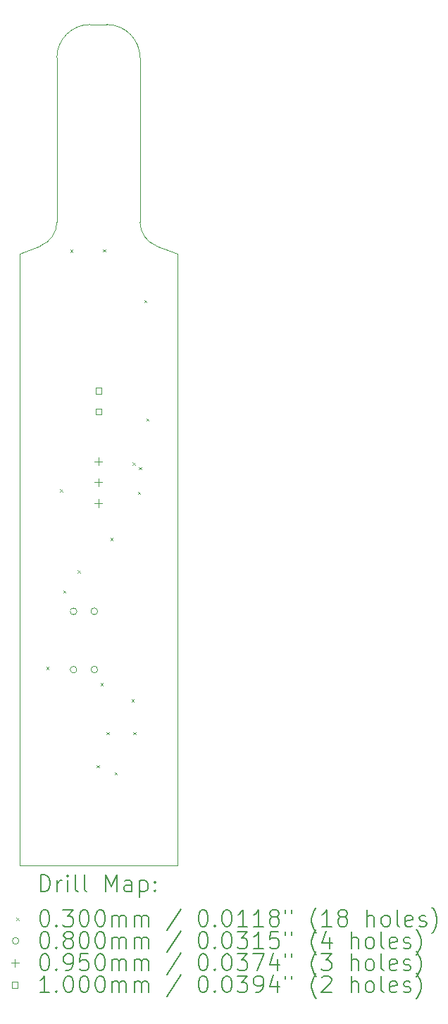
<source format=gbr>
%TF.GenerationSoftware,KiCad,Pcbnew,7.0.10*%
%TF.CreationDate,2024-03-06T15:05:56+01:00*%
%TF.ProjectId,microscope,6d696372-6f73-4636-9f70-652e6b696361,rev?*%
%TF.SameCoordinates,Original*%
%TF.FileFunction,Drillmap*%
%TF.FilePolarity,Positive*%
%FSLAX45Y45*%
G04 Gerber Fmt 4.5, Leading zero omitted, Abs format (unit mm)*
G04 Created by KiCad (PCBNEW 7.0.10) date 2024-03-06 15:05:56*
%MOMM*%
%LPD*%
G01*
G04 APERTURE LIST*
%ADD10C,0.100000*%
%ADD11C,0.200000*%
G04 APERTURE END LIST*
D10*
X9050000Y-15000000D02*
X9050000Y-7650000D01*
X9900000Y-4900000D02*
X10100000Y-4900000D01*
X9050000Y-7650000D02*
X9302606Y-7558060D01*
X9900000Y-4900000D02*
G75*
G03*
X9500000Y-5300000I0J-400000D01*
G01*
X10500000Y-7276150D02*
G75*
G03*
X10697394Y-7558058I300000J0D01*
G01*
X10950000Y-15000000D02*
X9050000Y-15000000D01*
X9302606Y-7558058D02*
G75*
G03*
X9500000Y-7276150I-102606J281908D01*
G01*
X10500000Y-7276150D02*
X10500000Y-5300000D01*
X10950000Y-7650000D02*
X10697394Y-7558060D01*
X10500000Y-5300000D02*
G75*
G03*
X10100000Y-4900000I-400000J0D01*
G01*
X10950000Y-15000000D02*
X10950000Y-7650000D01*
X9500000Y-7276150D02*
X9500000Y-5300000D01*
D11*
D10*
X9372840Y-12618960D02*
X9402840Y-12648960D01*
X9402840Y-12618960D02*
X9372840Y-12648960D01*
X9540480Y-10485360D02*
X9570480Y-10515360D01*
X9570480Y-10485360D02*
X9540480Y-10515360D01*
X9576040Y-11699480D02*
X9606040Y-11729480D01*
X9606040Y-11699480D02*
X9576040Y-11729480D01*
X9659860Y-7605000D02*
X9689860Y-7635000D01*
X9689860Y-7605000D02*
X9659860Y-7635000D01*
X9748760Y-11455640D02*
X9778760Y-11485640D01*
X9778760Y-11455640D02*
X9748760Y-11485640D01*
X9979900Y-13799780D02*
X10009900Y-13829780D01*
X10009900Y-13799780D02*
X9979900Y-13829780D01*
X10025620Y-12812000D02*
X10055620Y-12842000D01*
X10055620Y-12812000D02*
X10025620Y-12842000D01*
X10056100Y-7602460D02*
X10086100Y-7632460D01*
X10086100Y-7602460D02*
X10056100Y-7632460D01*
X10099280Y-13401280D02*
X10129280Y-13431280D01*
X10129280Y-13401280D02*
X10099280Y-13431280D01*
X10142460Y-11069560D02*
X10172460Y-11099560D01*
X10172460Y-11069560D02*
X10142460Y-11099560D01*
X10195800Y-13881060D02*
X10225800Y-13911060D01*
X10225800Y-13881060D02*
X10195800Y-13911060D01*
X10396460Y-13004760D02*
X10426460Y-13034760D01*
X10426460Y-13004760D02*
X10396460Y-13034760D01*
X10409160Y-10162780D02*
X10439160Y-10192780D01*
X10439160Y-10162780D02*
X10409160Y-10192780D01*
X10419320Y-13401280D02*
X10449320Y-13431280D01*
X10449320Y-13401280D02*
X10419320Y-13431280D01*
X10475200Y-10513300D02*
X10505200Y-10543300D01*
X10505200Y-10513300D02*
X10475200Y-10543300D01*
X10488411Y-10215166D02*
X10518411Y-10245166D01*
X10518411Y-10215166D02*
X10488411Y-10245166D01*
X10548860Y-8209520D02*
X10578860Y-8239520D01*
X10578860Y-8209520D02*
X10548860Y-8239520D01*
X10574260Y-9631920D02*
X10604260Y-9661920D01*
X10604260Y-9631920D02*
X10574260Y-9661920D01*
X9740000Y-11950000D02*
G75*
G03*
X9660000Y-11950000I-40000J0D01*
G01*
X9660000Y-11950000D02*
G75*
G03*
X9740000Y-11950000I40000J0D01*
G01*
X9740000Y-12650000D02*
G75*
G03*
X9660000Y-12650000I-40000J0D01*
G01*
X9660000Y-12650000D02*
G75*
G03*
X9740000Y-12650000I40000J0D01*
G01*
X9990000Y-11950000D02*
G75*
G03*
X9910000Y-11950000I-40000J0D01*
G01*
X9910000Y-11950000D02*
G75*
G03*
X9990000Y-11950000I40000J0D01*
G01*
X9990000Y-12650000D02*
G75*
G03*
X9910000Y-12650000I-40000J0D01*
G01*
X9910000Y-12650000D02*
G75*
G03*
X9990000Y-12650000I40000J0D01*
G01*
X10000000Y-10102500D02*
X10000000Y-10197500D01*
X9952500Y-10150000D02*
X10047500Y-10150000D01*
X10000000Y-10352500D02*
X10000000Y-10447500D01*
X9952500Y-10400000D02*
X10047500Y-10400000D01*
X10000000Y-10602500D02*
X10000000Y-10697500D01*
X9952500Y-10650000D02*
X10047500Y-10650000D01*
X10035356Y-9335356D02*
X10035356Y-9264644D01*
X9964644Y-9264644D01*
X9964644Y-9335356D01*
X10035356Y-9335356D01*
X10035356Y-9585356D02*
X10035356Y-9514644D01*
X9964644Y-9514644D01*
X9964644Y-9585356D01*
X10035356Y-9585356D01*
D11*
X9305777Y-15316484D02*
X9305777Y-15116484D01*
X9305777Y-15116484D02*
X9353396Y-15116484D01*
X9353396Y-15116484D02*
X9381967Y-15126008D01*
X9381967Y-15126008D02*
X9401015Y-15145055D01*
X9401015Y-15145055D02*
X9410539Y-15164103D01*
X9410539Y-15164103D02*
X9420063Y-15202198D01*
X9420063Y-15202198D02*
X9420063Y-15230769D01*
X9420063Y-15230769D02*
X9410539Y-15268865D01*
X9410539Y-15268865D02*
X9401015Y-15287912D01*
X9401015Y-15287912D02*
X9381967Y-15306960D01*
X9381967Y-15306960D02*
X9353396Y-15316484D01*
X9353396Y-15316484D02*
X9305777Y-15316484D01*
X9505777Y-15316484D02*
X9505777Y-15183150D01*
X9505777Y-15221246D02*
X9515301Y-15202198D01*
X9515301Y-15202198D02*
X9524824Y-15192674D01*
X9524824Y-15192674D02*
X9543872Y-15183150D01*
X9543872Y-15183150D02*
X9562920Y-15183150D01*
X9629586Y-15316484D02*
X9629586Y-15183150D01*
X9629586Y-15116484D02*
X9620063Y-15126008D01*
X9620063Y-15126008D02*
X9629586Y-15135531D01*
X9629586Y-15135531D02*
X9639110Y-15126008D01*
X9639110Y-15126008D02*
X9629586Y-15116484D01*
X9629586Y-15116484D02*
X9629586Y-15135531D01*
X9753396Y-15316484D02*
X9734348Y-15306960D01*
X9734348Y-15306960D02*
X9724824Y-15287912D01*
X9724824Y-15287912D02*
X9724824Y-15116484D01*
X9858158Y-15316484D02*
X9839110Y-15306960D01*
X9839110Y-15306960D02*
X9829586Y-15287912D01*
X9829586Y-15287912D02*
X9829586Y-15116484D01*
X10086729Y-15316484D02*
X10086729Y-15116484D01*
X10086729Y-15116484D02*
X10153396Y-15259341D01*
X10153396Y-15259341D02*
X10220063Y-15116484D01*
X10220063Y-15116484D02*
X10220063Y-15316484D01*
X10401015Y-15316484D02*
X10401015Y-15211722D01*
X10401015Y-15211722D02*
X10391491Y-15192674D01*
X10391491Y-15192674D02*
X10372444Y-15183150D01*
X10372444Y-15183150D02*
X10334348Y-15183150D01*
X10334348Y-15183150D02*
X10315301Y-15192674D01*
X10401015Y-15306960D02*
X10381967Y-15316484D01*
X10381967Y-15316484D02*
X10334348Y-15316484D01*
X10334348Y-15316484D02*
X10315301Y-15306960D01*
X10315301Y-15306960D02*
X10305777Y-15287912D01*
X10305777Y-15287912D02*
X10305777Y-15268865D01*
X10305777Y-15268865D02*
X10315301Y-15249817D01*
X10315301Y-15249817D02*
X10334348Y-15240293D01*
X10334348Y-15240293D02*
X10381967Y-15240293D01*
X10381967Y-15240293D02*
X10401015Y-15230769D01*
X10496253Y-15183150D02*
X10496253Y-15383150D01*
X10496253Y-15192674D02*
X10515301Y-15183150D01*
X10515301Y-15183150D02*
X10553396Y-15183150D01*
X10553396Y-15183150D02*
X10572444Y-15192674D01*
X10572444Y-15192674D02*
X10581967Y-15202198D01*
X10581967Y-15202198D02*
X10591491Y-15221246D01*
X10591491Y-15221246D02*
X10591491Y-15278388D01*
X10591491Y-15278388D02*
X10581967Y-15297436D01*
X10581967Y-15297436D02*
X10572444Y-15306960D01*
X10572444Y-15306960D02*
X10553396Y-15316484D01*
X10553396Y-15316484D02*
X10515301Y-15316484D01*
X10515301Y-15316484D02*
X10496253Y-15306960D01*
X10677205Y-15297436D02*
X10686729Y-15306960D01*
X10686729Y-15306960D02*
X10677205Y-15316484D01*
X10677205Y-15316484D02*
X10667682Y-15306960D01*
X10667682Y-15306960D02*
X10677205Y-15297436D01*
X10677205Y-15297436D02*
X10677205Y-15316484D01*
X10677205Y-15192674D02*
X10686729Y-15202198D01*
X10686729Y-15202198D02*
X10677205Y-15211722D01*
X10677205Y-15211722D02*
X10667682Y-15202198D01*
X10667682Y-15202198D02*
X10677205Y-15192674D01*
X10677205Y-15192674D02*
X10677205Y-15211722D01*
D10*
X9015000Y-15630000D02*
X9045000Y-15660000D01*
X9045000Y-15630000D02*
X9015000Y-15660000D01*
D11*
X9343872Y-15536484D02*
X9362920Y-15536484D01*
X9362920Y-15536484D02*
X9381967Y-15546008D01*
X9381967Y-15546008D02*
X9391491Y-15555531D01*
X9391491Y-15555531D02*
X9401015Y-15574579D01*
X9401015Y-15574579D02*
X9410539Y-15612674D01*
X9410539Y-15612674D02*
X9410539Y-15660293D01*
X9410539Y-15660293D02*
X9401015Y-15698388D01*
X9401015Y-15698388D02*
X9391491Y-15717436D01*
X9391491Y-15717436D02*
X9381967Y-15726960D01*
X9381967Y-15726960D02*
X9362920Y-15736484D01*
X9362920Y-15736484D02*
X9343872Y-15736484D01*
X9343872Y-15736484D02*
X9324824Y-15726960D01*
X9324824Y-15726960D02*
X9315301Y-15717436D01*
X9315301Y-15717436D02*
X9305777Y-15698388D01*
X9305777Y-15698388D02*
X9296253Y-15660293D01*
X9296253Y-15660293D02*
X9296253Y-15612674D01*
X9296253Y-15612674D02*
X9305777Y-15574579D01*
X9305777Y-15574579D02*
X9315301Y-15555531D01*
X9315301Y-15555531D02*
X9324824Y-15546008D01*
X9324824Y-15546008D02*
X9343872Y-15536484D01*
X9496253Y-15717436D02*
X9505777Y-15726960D01*
X9505777Y-15726960D02*
X9496253Y-15736484D01*
X9496253Y-15736484D02*
X9486729Y-15726960D01*
X9486729Y-15726960D02*
X9496253Y-15717436D01*
X9496253Y-15717436D02*
X9496253Y-15736484D01*
X9572444Y-15536484D02*
X9696253Y-15536484D01*
X9696253Y-15536484D02*
X9629586Y-15612674D01*
X9629586Y-15612674D02*
X9658158Y-15612674D01*
X9658158Y-15612674D02*
X9677205Y-15622198D01*
X9677205Y-15622198D02*
X9686729Y-15631722D01*
X9686729Y-15631722D02*
X9696253Y-15650769D01*
X9696253Y-15650769D02*
X9696253Y-15698388D01*
X9696253Y-15698388D02*
X9686729Y-15717436D01*
X9686729Y-15717436D02*
X9677205Y-15726960D01*
X9677205Y-15726960D02*
X9658158Y-15736484D01*
X9658158Y-15736484D02*
X9601015Y-15736484D01*
X9601015Y-15736484D02*
X9581967Y-15726960D01*
X9581967Y-15726960D02*
X9572444Y-15717436D01*
X9820063Y-15536484D02*
X9839110Y-15536484D01*
X9839110Y-15536484D02*
X9858158Y-15546008D01*
X9858158Y-15546008D02*
X9867682Y-15555531D01*
X9867682Y-15555531D02*
X9877205Y-15574579D01*
X9877205Y-15574579D02*
X9886729Y-15612674D01*
X9886729Y-15612674D02*
X9886729Y-15660293D01*
X9886729Y-15660293D02*
X9877205Y-15698388D01*
X9877205Y-15698388D02*
X9867682Y-15717436D01*
X9867682Y-15717436D02*
X9858158Y-15726960D01*
X9858158Y-15726960D02*
X9839110Y-15736484D01*
X9839110Y-15736484D02*
X9820063Y-15736484D01*
X9820063Y-15736484D02*
X9801015Y-15726960D01*
X9801015Y-15726960D02*
X9791491Y-15717436D01*
X9791491Y-15717436D02*
X9781967Y-15698388D01*
X9781967Y-15698388D02*
X9772444Y-15660293D01*
X9772444Y-15660293D02*
X9772444Y-15612674D01*
X9772444Y-15612674D02*
X9781967Y-15574579D01*
X9781967Y-15574579D02*
X9791491Y-15555531D01*
X9791491Y-15555531D02*
X9801015Y-15546008D01*
X9801015Y-15546008D02*
X9820063Y-15536484D01*
X10010539Y-15536484D02*
X10029586Y-15536484D01*
X10029586Y-15536484D02*
X10048634Y-15546008D01*
X10048634Y-15546008D02*
X10058158Y-15555531D01*
X10058158Y-15555531D02*
X10067682Y-15574579D01*
X10067682Y-15574579D02*
X10077205Y-15612674D01*
X10077205Y-15612674D02*
X10077205Y-15660293D01*
X10077205Y-15660293D02*
X10067682Y-15698388D01*
X10067682Y-15698388D02*
X10058158Y-15717436D01*
X10058158Y-15717436D02*
X10048634Y-15726960D01*
X10048634Y-15726960D02*
X10029586Y-15736484D01*
X10029586Y-15736484D02*
X10010539Y-15736484D01*
X10010539Y-15736484D02*
X9991491Y-15726960D01*
X9991491Y-15726960D02*
X9981967Y-15717436D01*
X9981967Y-15717436D02*
X9972444Y-15698388D01*
X9972444Y-15698388D02*
X9962920Y-15660293D01*
X9962920Y-15660293D02*
X9962920Y-15612674D01*
X9962920Y-15612674D02*
X9972444Y-15574579D01*
X9972444Y-15574579D02*
X9981967Y-15555531D01*
X9981967Y-15555531D02*
X9991491Y-15546008D01*
X9991491Y-15546008D02*
X10010539Y-15536484D01*
X10162920Y-15736484D02*
X10162920Y-15603150D01*
X10162920Y-15622198D02*
X10172444Y-15612674D01*
X10172444Y-15612674D02*
X10191491Y-15603150D01*
X10191491Y-15603150D02*
X10220063Y-15603150D01*
X10220063Y-15603150D02*
X10239110Y-15612674D01*
X10239110Y-15612674D02*
X10248634Y-15631722D01*
X10248634Y-15631722D02*
X10248634Y-15736484D01*
X10248634Y-15631722D02*
X10258158Y-15612674D01*
X10258158Y-15612674D02*
X10277205Y-15603150D01*
X10277205Y-15603150D02*
X10305777Y-15603150D01*
X10305777Y-15603150D02*
X10324825Y-15612674D01*
X10324825Y-15612674D02*
X10334348Y-15631722D01*
X10334348Y-15631722D02*
X10334348Y-15736484D01*
X10429586Y-15736484D02*
X10429586Y-15603150D01*
X10429586Y-15622198D02*
X10439110Y-15612674D01*
X10439110Y-15612674D02*
X10458158Y-15603150D01*
X10458158Y-15603150D02*
X10486729Y-15603150D01*
X10486729Y-15603150D02*
X10505777Y-15612674D01*
X10505777Y-15612674D02*
X10515301Y-15631722D01*
X10515301Y-15631722D02*
X10515301Y-15736484D01*
X10515301Y-15631722D02*
X10524825Y-15612674D01*
X10524825Y-15612674D02*
X10543872Y-15603150D01*
X10543872Y-15603150D02*
X10572444Y-15603150D01*
X10572444Y-15603150D02*
X10591491Y-15612674D01*
X10591491Y-15612674D02*
X10601015Y-15631722D01*
X10601015Y-15631722D02*
X10601015Y-15736484D01*
X10991491Y-15526960D02*
X10820063Y-15784103D01*
X11248634Y-15536484D02*
X11267682Y-15536484D01*
X11267682Y-15536484D02*
X11286729Y-15546008D01*
X11286729Y-15546008D02*
X11296253Y-15555531D01*
X11296253Y-15555531D02*
X11305777Y-15574579D01*
X11305777Y-15574579D02*
X11315301Y-15612674D01*
X11315301Y-15612674D02*
X11315301Y-15660293D01*
X11315301Y-15660293D02*
X11305777Y-15698388D01*
X11305777Y-15698388D02*
X11296253Y-15717436D01*
X11296253Y-15717436D02*
X11286729Y-15726960D01*
X11286729Y-15726960D02*
X11267682Y-15736484D01*
X11267682Y-15736484D02*
X11248634Y-15736484D01*
X11248634Y-15736484D02*
X11229586Y-15726960D01*
X11229586Y-15726960D02*
X11220063Y-15717436D01*
X11220063Y-15717436D02*
X11210539Y-15698388D01*
X11210539Y-15698388D02*
X11201015Y-15660293D01*
X11201015Y-15660293D02*
X11201015Y-15612674D01*
X11201015Y-15612674D02*
X11210539Y-15574579D01*
X11210539Y-15574579D02*
X11220063Y-15555531D01*
X11220063Y-15555531D02*
X11229586Y-15546008D01*
X11229586Y-15546008D02*
X11248634Y-15536484D01*
X11401015Y-15717436D02*
X11410539Y-15726960D01*
X11410539Y-15726960D02*
X11401015Y-15736484D01*
X11401015Y-15736484D02*
X11391491Y-15726960D01*
X11391491Y-15726960D02*
X11401015Y-15717436D01*
X11401015Y-15717436D02*
X11401015Y-15736484D01*
X11534348Y-15536484D02*
X11553396Y-15536484D01*
X11553396Y-15536484D02*
X11572444Y-15546008D01*
X11572444Y-15546008D02*
X11581967Y-15555531D01*
X11581967Y-15555531D02*
X11591491Y-15574579D01*
X11591491Y-15574579D02*
X11601015Y-15612674D01*
X11601015Y-15612674D02*
X11601015Y-15660293D01*
X11601015Y-15660293D02*
X11591491Y-15698388D01*
X11591491Y-15698388D02*
X11581967Y-15717436D01*
X11581967Y-15717436D02*
X11572444Y-15726960D01*
X11572444Y-15726960D02*
X11553396Y-15736484D01*
X11553396Y-15736484D02*
X11534348Y-15736484D01*
X11534348Y-15736484D02*
X11515301Y-15726960D01*
X11515301Y-15726960D02*
X11505777Y-15717436D01*
X11505777Y-15717436D02*
X11496253Y-15698388D01*
X11496253Y-15698388D02*
X11486729Y-15660293D01*
X11486729Y-15660293D02*
X11486729Y-15612674D01*
X11486729Y-15612674D02*
X11496253Y-15574579D01*
X11496253Y-15574579D02*
X11505777Y-15555531D01*
X11505777Y-15555531D02*
X11515301Y-15546008D01*
X11515301Y-15546008D02*
X11534348Y-15536484D01*
X11791491Y-15736484D02*
X11677206Y-15736484D01*
X11734348Y-15736484D02*
X11734348Y-15536484D01*
X11734348Y-15536484D02*
X11715301Y-15565055D01*
X11715301Y-15565055D02*
X11696253Y-15584103D01*
X11696253Y-15584103D02*
X11677206Y-15593627D01*
X11981967Y-15736484D02*
X11867682Y-15736484D01*
X11924825Y-15736484D02*
X11924825Y-15536484D01*
X11924825Y-15536484D02*
X11905777Y-15565055D01*
X11905777Y-15565055D02*
X11886729Y-15584103D01*
X11886729Y-15584103D02*
X11867682Y-15593627D01*
X12096253Y-15622198D02*
X12077206Y-15612674D01*
X12077206Y-15612674D02*
X12067682Y-15603150D01*
X12067682Y-15603150D02*
X12058158Y-15584103D01*
X12058158Y-15584103D02*
X12058158Y-15574579D01*
X12058158Y-15574579D02*
X12067682Y-15555531D01*
X12067682Y-15555531D02*
X12077206Y-15546008D01*
X12077206Y-15546008D02*
X12096253Y-15536484D01*
X12096253Y-15536484D02*
X12134348Y-15536484D01*
X12134348Y-15536484D02*
X12153396Y-15546008D01*
X12153396Y-15546008D02*
X12162920Y-15555531D01*
X12162920Y-15555531D02*
X12172444Y-15574579D01*
X12172444Y-15574579D02*
X12172444Y-15584103D01*
X12172444Y-15584103D02*
X12162920Y-15603150D01*
X12162920Y-15603150D02*
X12153396Y-15612674D01*
X12153396Y-15612674D02*
X12134348Y-15622198D01*
X12134348Y-15622198D02*
X12096253Y-15622198D01*
X12096253Y-15622198D02*
X12077206Y-15631722D01*
X12077206Y-15631722D02*
X12067682Y-15641246D01*
X12067682Y-15641246D02*
X12058158Y-15660293D01*
X12058158Y-15660293D02*
X12058158Y-15698388D01*
X12058158Y-15698388D02*
X12067682Y-15717436D01*
X12067682Y-15717436D02*
X12077206Y-15726960D01*
X12077206Y-15726960D02*
X12096253Y-15736484D01*
X12096253Y-15736484D02*
X12134348Y-15736484D01*
X12134348Y-15736484D02*
X12153396Y-15726960D01*
X12153396Y-15726960D02*
X12162920Y-15717436D01*
X12162920Y-15717436D02*
X12172444Y-15698388D01*
X12172444Y-15698388D02*
X12172444Y-15660293D01*
X12172444Y-15660293D02*
X12162920Y-15641246D01*
X12162920Y-15641246D02*
X12153396Y-15631722D01*
X12153396Y-15631722D02*
X12134348Y-15622198D01*
X12248634Y-15536484D02*
X12248634Y-15574579D01*
X12324825Y-15536484D02*
X12324825Y-15574579D01*
X12620063Y-15812674D02*
X12610539Y-15803150D01*
X12610539Y-15803150D02*
X12591491Y-15774579D01*
X12591491Y-15774579D02*
X12581968Y-15755531D01*
X12581968Y-15755531D02*
X12572444Y-15726960D01*
X12572444Y-15726960D02*
X12562920Y-15679341D01*
X12562920Y-15679341D02*
X12562920Y-15641246D01*
X12562920Y-15641246D02*
X12572444Y-15593627D01*
X12572444Y-15593627D02*
X12581968Y-15565055D01*
X12581968Y-15565055D02*
X12591491Y-15546008D01*
X12591491Y-15546008D02*
X12610539Y-15517436D01*
X12610539Y-15517436D02*
X12620063Y-15507912D01*
X12801015Y-15736484D02*
X12686729Y-15736484D01*
X12743872Y-15736484D02*
X12743872Y-15536484D01*
X12743872Y-15536484D02*
X12724825Y-15565055D01*
X12724825Y-15565055D02*
X12705777Y-15584103D01*
X12705777Y-15584103D02*
X12686729Y-15593627D01*
X12915301Y-15622198D02*
X12896253Y-15612674D01*
X12896253Y-15612674D02*
X12886729Y-15603150D01*
X12886729Y-15603150D02*
X12877206Y-15584103D01*
X12877206Y-15584103D02*
X12877206Y-15574579D01*
X12877206Y-15574579D02*
X12886729Y-15555531D01*
X12886729Y-15555531D02*
X12896253Y-15546008D01*
X12896253Y-15546008D02*
X12915301Y-15536484D01*
X12915301Y-15536484D02*
X12953396Y-15536484D01*
X12953396Y-15536484D02*
X12972444Y-15546008D01*
X12972444Y-15546008D02*
X12981968Y-15555531D01*
X12981968Y-15555531D02*
X12991491Y-15574579D01*
X12991491Y-15574579D02*
X12991491Y-15584103D01*
X12991491Y-15584103D02*
X12981968Y-15603150D01*
X12981968Y-15603150D02*
X12972444Y-15612674D01*
X12972444Y-15612674D02*
X12953396Y-15622198D01*
X12953396Y-15622198D02*
X12915301Y-15622198D01*
X12915301Y-15622198D02*
X12896253Y-15631722D01*
X12896253Y-15631722D02*
X12886729Y-15641246D01*
X12886729Y-15641246D02*
X12877206Y-15660293D01*
X12877206Y-15660293D02*
X12877206Y-15698388D01*
X12877206Y-15698388D02*
X12886729Y-15717436D01*
X12886729Y-15717436D02*
X12896253Y-15726960D01*
X12896253Y-15726960D02*
X12915301Y-15736484D01*
X12915301Y-15736484D02*
X12953396Y-15736484D01*
X12953396Y-15736484D02*
X12972444Y-15726960D01*
X12972444Y-15726960D02*
X12981968Y-15717436D01*
X12981968Y-15717436D02*
X12991491Y-15698388D01*
X12991491Y-15698388D02*
X12991491Y-15660293D01*
X12991491Y-15660293D02*
X12981968Y-15641246D01*
X12981968Y-15641246D02*
X12972444Y-15631722D01*
X12972444Y-15631722D02*
X12953396Y-15622198D01*
X13229587Y-15736484D02*
X13229587Y-15536484D01*
X13315301Y-15736484D02*
X13315301Y-15631722D01*
X13315301Y-15631722D02*
X13305777Y-15612674D01*
X13305777Y-15612674D02*
X13286730Y-15603150D01*
X13286730Y-15603150D02*
X13258158Y-15603150D01*
X13258158Y-15603150D02*
X13239110Y-15612674D01*
X13239110Y-15612674D02*
X13229587Y-15622198D01*
X13439110Y-15736484D02*
X13420063Y-15726960D01*
X13420063Y-15726960D02*
X13410539Y-15717436D01*
X13410539Y-15717436D02*
X13401015Y-15698388D01*
X13401015Y-15698388D02*
X13401015Y-15641246D01*
X13401015Y-15641246D02*
X13410539Y-15622198D01*
X13410539Y-15622198D02*
X13420063Y-15612674D01*
X13420063Y-15612674D02*
X13439110Y-15603150D01*
X13439110Y-15603150D02*
X13467682Y-15603150D01*
X13467682Y-15603150D02*
X13486730Y-15612674D01*
X13486730Y-15612674D02*
X13496253Y-15622198D01*
X13496253Y-15622198D02*
X13505777Y-15641246D01*
X13505777Y-15641246D02*
X13505777Y-15698388D01*
X13505777Y-15698388D02*
X13496253Y-15717436D01*
X13496253Y-15717436D02*
X13486730Y-15726960D01*
X13486730Y-15726960D02*
X13467682Y-15736484D01*
X13467682Y-15736484D02*
X13439110Y-15736484D01*
X13620063Y-15736484D02*
X13601015Y-15726960D01*
X13601015Y-15726960D02*
X13591491Y-15707912D01*
X13591491Y-15707912D02*
X13591491Y-15536484D01*
X13772444Y-15726960D02*
X13753396Y-15736484D01*
X13753396Y-15736484D02*
X13715301Y-15736484D01*
X13715301Y-15736484D02*
X13696253Y-15726960D01*
X13696253Y-15726960D02*
X13686730Y-15707912D01*
X13686730Y-15707912D02*
X13686730Y-15631722D01*
X13686730Y-15631722D02*
X13696253Y-15612674D01*
X13696253Y-15612674D02*
X13715301Y-15603150D01*
X13715301Y-15603150D02*
X13753396Y-15603150D01*
X13753396Y-15603150D02*
X13772444Y-15612674D01*
X13772444Y-15612674D02*
X13781968Y-15631722D01*
X13781968Y-15631722D02*
X13781968Y-15650769D01*
X13781968Y-15650769D02*
X13686730Y-15669817D01*
X13858158Y-15726960D02*
X13877206Y-15736484D01*
X13877206Y-15736484D02*
X13915301Y-15736484D01*
X13915301Y-15736484D02*
X13934349Y-15726960D01*
X13934349Y-15726960D02*
X13943872Y-15707912D01*
X13943872Y-15707912D02*
X13943872Y-15698388D01*
X13943872Y-15698388D02*
X13934349Y-15679341D01*
X13934349Y-15679341D02*
X13915301Y-15669817D01*
X13915301Y-15669817D02*
X13886730Y-15669817D01*
X13886730Y-15669817D02*
X13867682Y-15660293D01*
X13867682Y-15660293D02*
X13858158Y-15641246D01*
X13858158Y-15641246D02*
X13858158Y-15631722D01*
X13858158Y-15631722D02*
X13867682Y-15612674D01*
X13867682Y-15612674D02*
X13886730Y-15603150D01*
X13886730Y-15603150D02*
X13915301Y-15603150D01*
X13915301Y-15603150D02*
X13934349Y-15612674D01*
X14010539Y-15812674D02*
X14020063Y-15803150D01*
X14020063Y-15803150D02*
X14039111Y-15774579D01*
X14039111Y-15774579D02*
X14048634Y-15755531D01*
X14048634Y-15755531D02*
X14058158Y-15726960D01*
X14058158Y-15726960D02*
X14067682Y-15679341D01*
X14067682Y-15679341D02*
X14067682Y-15641246D01*
X14067682Y-15641246D02*
X14058158Y-15593627D01*
X14058158Y-15593627D02*
X14048634Y-15565055D01*
X14048634Y-15565055D02*
X14039111Y-15546008D01*
X14039111Y-15546008D02*
X14020063Y-15517436D01*
X14020063Y-15517436D02*
X14010539Y-15507912D01*
D10*
X9045000Y-15909000D02*
G75*
G03*
X8965000Y-15909000I-40000J0D01*
G01*
X8965000Y-15909000D02*
G75*
G03*
X9045000Y-15909000I40000J0D01*
G01*
D11*
X9343872Y-15800484D02*
X9362920Y-15800484D01*
X9362920Y-15800484D02*
X9381967Y-15810008D01*
X9381967Y-15810008D02*
X9391491Y-15819531D01*
X9391491Y-15819531D02*
X9401015Y-15838579D01*
X9401015Y-15838579D02*
X9410539Y-15876674D01*
X9410539Y-15876674D02*
X9410539Y-15924293D01*
X9410539Y-15924293D02*
X9401015Y-15962388D01*
X9401015Y-15962388D02*
X9391491Y-15981436D01*
X9391491Y-15981436D02*
X9381967Y-15990960D01*
X9381967Y-15990960D02*
X9362920Y-16000484D01*
X9362920Y-16000484D02*
X9343872Y-16000484D01*
X9343872Y-16000484D02*
X9324824Y-15990960D01*
X9324824Y-15990960D02*
X9315301Y-15981436D01*
X9315301Y-15981436D02*
X9305777Y-15962388D01*
X9305777Y-15962388D02*
X9296253Y-15924293D01*
X9296253Y-15924293D02*
X9296253Y-15876674D01*
X9296253Y-15876674D02*
X9305777Y-15838579D01*
X9305777Y-15838579D02*
X9315301Y-15819531D01*
X9315301Y-15819531D02*
X9324824Y-15810008D01*
X9324824Y-15810008D02*
X9343872Y-15800484D01*
X9496253Y-15981436D02*
X9505777Y-15990960D01*
X9505777Y-15990960D02*
X9496253Y-16000484D01*
X9496253Y-16000484D02*
X9486729Y-15990960D01*
X9486729Y-15990960D02*
X9496253Y-15981436D01*
X9496253Y-15981436D02*
X9496253Y-16000484D01*
X9620063Y-15886198D02*
X9601015Y-15876674D01*
X9601015Y-15876674D02*
X9591491Y-15867150D01*
X9591491Y-15867150D02*
X9581967Y-15848103D01*
X9581967Y-15848103D02*
X9581967Y-15838579D01*
X9581967Y-15838579D02*
X9591491Y-15819531D01*
X9591491Y-15819531D02*
X9601015Y-15810008D01*
X9601015Y-15810008D02*
X9620063Y-15800484D01*
X9620063Y-15800484D02*
X9658158Y-15800484D01*
X9658158Y-15800484D02*
X9677205Y-15810008D01*
X9677205Y-15810008D02*
X9686729Y-15819531D01*
X9686729Y-15819531D02*
X9696253Y-15838579D01*
X9696253Y-15838579D02*
X9696253Y-15848103D01*
X9696253Y-15848103D02*
X9686729Y-15867150D01*
X9686729Y-15867150D02*
X9677205Y-15876674D01*
X9677205Y-15876674D02*
X9658158Y-15886198D01*
X9658158Y-15886198D02*
X9620063Y-15886198D01*
X9620063Y-15886198D02*
X9601015Y-15895722D01*
X9601015Y-15895722D02*
X9591491Y-15905246D01*
X9591491Y-15905246D02*
X9581967Y-15924293D01*
X9581967Y-15924293D02*
X9581967Y-15962388D01*
X9581967Y-15962388D02*
X9591491Y-15981436D01*
X9591491Y-15981436D02*
X9601015Y-15990960D01*
X9601015Y-15990960D02*
X9620063Y-16000484D01*
X9620063Y-16000484D02*
X9658158Y-16000484D01*
X9658158Y-16000484D02*
X9677205Y-15990960D01*
X9677205Y-15990960D02*
X9686729Y-15981436D01*
X9686729Y-15981436D02*
X9696253Y-15962388D01*
X9696253Y-15962388D02*
X9696253Y-15924293D01*
X9696253Y-15924293D02*
X9686729Y-15905246D01*
X9686729Y-15905246D02*
X9677205Y-15895722D01*
X9677205Y-15895722D02*
X9658158Y-15886198D01*
X9820063Y-15800484D02*
X9839110Y-15800484D01*
X9839110Y-15800484D02*
X9858158Y-15810008D01*
X9858158Y-15810008D02*
X9867682Y-15819531D01*
X9867682Y-15819531D02*
X9877205Y-15838579D01*
X9877205Y-15838579D02*
X9886729Y-15876674D01*
X9886729Y-15876674D02*
X9886729Y-15924293D01*
X9886729Y-15924293D02*
X9877205Y-15962388D01*
X9877205Y-15962388D02*
X9867682Y-15981436D01*
X9867682Y-15981436D02*
X9858158Y-15990960D01*
X9858158Y-15990960D02*
X9839110Y-16000484D01*
X9839110Y-16000484D02*
X9820063Y-16000484D01*
X9820063Y-16000484D02*
X9801015Y-15990960D01*
X9801015Y-15990960D02*
X9791491Y-15981436D01*
X9791491Y-15981436D02*
X9781967Y-15962388D01*
X9781967Y-15962388D02*
X9772444Y-15924293D01*
X9772444Y-15924293D02*
X9772444Y-15876674D01*
X9772444Y-15876674D02*
X9781967Y-15838579D01*
X9781967Y-15838579D02*
X9791491Y-15819531D01*
X9791491Y-15819531D02*
X9801015Y-15810008D01*
X9801015Y-15810008D02*
X9820063Y-15800484D01*
X10010539Y-15800484D02*
X10029586Y-15800484D01*
X10029586Y-15800484D02*
X10048634Y-15810008D01*
X10048634Y-15810008D02*
X10058158Y-15819531D01*
X10058158Y-15819531D02*
X10067682Y-15838579D01*
X10067682Y-15838579D02*
X10077205Y-15876674D01*
X10077205Y-15876674D02*
X10077205Y-15924293D01*
X10077205Y-15924293D02*
X10067682Y-15962388D01*
X10067682Y-15962388D02*
X10058158Y-15981436D01*
X10058158Y-15981436D02*
X10048634Y-15990960D01*
X10048634Y-15990960D02*
X10029586Y-16000484D01*
X10029586Y-16000484D02*
X10010539Y-16000484D01*
X10010539Y-16000484D02*
X9991491Y-15990960D01*
X9991491Y-15990960D02*
X9981967Y-15981436D01*
X9981967Y-15981436D02*
X9972444Y-15962388D01*
X9972444Y-15962388D02*
X9962920Y-15924293D01*
X9962920Y-15924293D02*
X9962920Y-15876674D01*
X9962920Y-15876674D02*
X9972444Y-15838579D01*
X9972444Y-15838579D02*
X9981967Y-15819531D01*
X9981967Y-15819531D02*
X9991491Y-15810008D01*
X9991491Y-15810008D02*
X10010539Y-15800484D01*
X10162920Y-16000484D02*
X10162920Y-15867150D01*
X10162920Y-15886198D02*
X10172444Y-15876674D01*
X10172444Y-15876674D02*
X10191491Y-15867150D01*
X10191491Y-15867150D02*
X10220063Y-15867150D01*
X10220063Y-15867150D02*
X10239110Y-15876674D01*
X10239110Y-15876674D02*
X10248634Y-15895722D01*
X10248634Y-15895722D02*
X10248634Y-16000484D01*
X10248634Y-15895722D02*
X10258158Y-15876674D01*
X10258158Y-15876674D02*
X10277205Y-15867150D01*
X10277205Y-15867150D02*
X10305777Y-15867150D01*
X10305777Y-15867150D02*
X10324825Y-15876674D01*
X10324825Y-15876674D02*
X10334348Y-15895722D01*
X10334348Y-15895722D02*
X10334348Y-16000484D01*
X10429586Y-16000484D02*
X10429586Y-15867150D01*
X10429586Y-15886198D02*
X10439110Y-15876674D01*
X10439110Y-15876674D02*
X10458158Y-15867150D01*
X10458158Y-15867150D02*
X10486729Y-15867150D01*
X10486729Y-15867150D02*
X10505777Y-15876674D01*
X10505777Y-15876674D02*
X10515301Y-15895722D01*
X10515301Y-15895722D02*
X10515301Y-16000484D01*
X10515301Y-15895722D02*
X10524825Y-15876674D01*
X10524825Y-15876674D02*
X10543872Y-15867150D01*
X10543872Y-15867150D02*
X10572444Y-15867150D01*
X10572444Y-15867150D02*
X10591491Y-15876674D01*
X10591491Y-15876674D02*
X10601015Y-15895722D01*
X10601015Y-15895722D02*
X10601015Y-16000484D01*
X10991491Y-15790960D02*
X10820063Y-16048103D01*
X11248634Y-15800484D02*
X11267682Y-15800484D01*
X11267682Y-15800484D02*
X11286729Y-15810008D01*
X11286729Y-15810008D02*
X11296253Y-15819531D01*
X11296253Y-15819531D02*
X11305777Y-15838579D01*
X11305777Y-15838579D02*
X11315301Y-15876674D01*
X11315301Y-15876674D02*
X11315301Y-15924293D01*
X11315301Y-15924293D02*
X11305777Y-15962388D01*
X11305777Y-15962388D02*
X11296253Y-15981436D01*
X11296253Y-15981436D02*
X11286729Y-15990960D01*
X11286729Y-15990960D02*
X11267682Y-16000484D01*
X11267682Y-16000484D02*
X11248634Y-16000484D01*
X11248634Y-16000484D02*
X11229586Y-15990960D01*
X11229586Y-15990960D02*
X11220063Y-15981436D01*
X11220063Y-15981436D02*
X11210539Y-15962388D01*
X11210539Y-15962388D02*
X11201015Y-15924293D01*
X11201015Y-15924293D02*
X11201015Y-15876674D01*
X11201015Y-15876674D02*
X11210539Y-15838579D01*
X11210539Y-15838579D02*
X11220063Y-15819531D01*
X11220063Y-15819531D02*
X11229586Y-15810008D01*
X11229586Y-15810008D02*
X11248634Y-15800484D01*
X11401015Y-15981436D02*
X11410539Y-15990960D01*
X11410539Y-15990960D02*
X11401015Y-16000484D01*
X11401015Y-16000484D02*
X11391491Y-15990960D01*
X11391491Y-15990960D02*
X11401015Y-15981436D01*
X11401015Y-15981436D02*
X11401015Y-16000484D01*
X11534348Y-15800484D02*
X11553396Y-15800484D01*
X11553396Y-15800484D02*
X11572444Y-15810008D01*
X11572444Y-15810008D02*
X11581967Y-15819531D01*
X11581967Y-15819531D02*
X11591491Y-15838579D01*
X11591491Y-15838579D02*
X11601015Y-15876674D01*
X11601015Y-15876674D02*
X11601015Y-15924293D01*
X11601015Y-15924293D02*
X11591491Y-15962388D01*
X11591491Y-15962388D02*
X11581967Y-15981436D01*
X11581967Y-15981436D02*
X11572444Y-15990960D01*
X11572444Y-15990960D02*
X11553396Y-16000484D01*
X11553396Y-16000484D02*
X11534348Y-16000484D01*
X11534348Y-16000484D02*
X11515301Y-15990960D01*
X11515301Y-15990960D02*
X11505777Y-15981436D01*
X11505777Y-15981436D02*
X11496253Y-15962388D01*
X11496253Y-15962388D02*
X11486729Y-15924293D01*
X11486729Y-15924293D02*
X11486729Y-15876674D01*
X11486729Y-15876674D02*
X11496253Y-15838579D01*
X11496253Y-15838579D02*
X11505777Y-15819531D01*
X11505777Y-15819531D02*
X11515301Y-15810008D01*
X11515301Y-15810008D02*
X11534348Y-15800484D01*
X11667682Y-15800484D02*
X11791491Y-15800484D01*
X11791491Y-15800484D02*
X11724825Y-15876674D01*
X11724825Y-15876674D02*
X11753396Y-15876674D01*
X11753396Y-15876674D02*
X11772444Y-15886198D01*
X11772444Y-15886198D02*
X11781967Y-15895722D01*
X11781967Y-15895722D02*
X11791491Y-15914769D01*
X11791491Y-15914769D02*
X11791491Y-15962388D01*
X11791491Y-15962388D02*
X11781967Y-15981436D01*
X11781967Y-15981436D02*
X11772444Y-15990960D01*
X11772444Y-15990960D02*
X11753396Y-16000484D01*
X11753396Y-16000484D02*
X11696253Y-16000484D01*
X11696253Y-16000484D02*
X11677206Y-15990960D01*
X11677206Y-15990960D02*
X11667682Y-15981436D01*
X11981967Y-16000484D02*
X11867682Y-16000484D01*
X11924825Y-16000484D02*
X11924825Y-15800484D01*
X11924825Y-15800484D02*
X11905777Y-15829055D01*
X11905777Y-15829055D02*
X11886729Y-15848103D01*
X11886729Y-15848103D02*
X11867682Y-15857627D01*
X12162920Y-15800484D02*
X12067682Y-15800484D01*
X12067682Y-15800484D02*
X12058158Y-15895722D01*
X12058158Y-15895722D02*
X12067682Y-15886198D01*
X12067682Y-15886198D02*
X12086729Y-15876674D01*
X12086729Y-15876674D02*
X12134348Y-15876674D01*
X12134348Y-15876674D02*
X12153396Y-15886198D01*
X12153396Y-15886198D02*
X12162920Y-15895722D01*
X12162920Y-15895722D02*
X12172444Y-15914769D01*
X12172444Y-15914769D02*
X12172444Y-15962388D01*
X12172444Y-15962388D02*
X12162920Y-15981436D01*
X12162920Y-15981436D02*
X12153396Y-15990960D01*
X12153396Y-15990960D02*
X12134348Y-16000484D01*
X12134348Y-16000484D02*
X12086729Y-16000484D01*
X12086729Y-16000484D02*
X12067682Y-15990960D01*
X12067682Y-15990960D02*
X12058158Y-15981436D01*
X12248634Y-15800484D02*
X12248634Y-15838579D01*
X12324825Y-15800484D02*
X12324825Y-15838579D01*
X12620063Y-16076674D02*
X12610539Y-16067150D01*
X12610539Y-16067150D02*
X12591491Y-16038579D01*
X12591491Y-16038579D02*
X12581968Y-16019531D01*
X12581968Y-16019531D02*
X12572444Y-15990960D01*
X12572444Y-15990960D02*
X12562920Y-15943341D01*
X12562920Y-15943341D02*
X12562920Y-15905246D01*
X12562920Y-15905246D02*
X12572444Y-15857627D01*
X12572444Y-15857627D02*
X12581968Y-15829055D01*
X12581968Y-15829055D02*
X12591491Y-15810008D01*
X12591491Y-15810008D02*
X12610539Y-15781436D01*
X12610539Y-15781436D02*
X12620063Y-15771912D01*
X12781968Y-15867150D02*
X12781968Y-16000484D01*
X12734348Y-15790960D02*
X12686729Y-15933817D01*
X12686729Y-15933817D02*
X12810539Y-15933817D01*
X13039110Y-16000484D02*
X13039110Y-15800484D01*
X13124825Y-16000484D02*
X13124825Y-15895722D01*
X13124825Y-15895722D02*
X13115301Y-15876674D01*
X13115301Y-15876674D02*
X13096253Y-15867150D01*
X13096253Y-15867150D02*
X13067682Y-15867150D01*
X13067682Y-15867150D02*
X13048634Y-15876674D01*
X13048634Y-15876674D02*
X13039110Y-15886198D01*
X13248634Y-16000484D02*
X13229587Y-15990960D01*
X13229587Y-15990960D02*
X13220063Y-15981436D01*
X13220063Y-15981436D02*
X13210539Y-15962388D01*
X13210539Y-15962388D02*
X13210539Y-15905246D01*
X13210539Y-15905246D02*
X13220063Y-15886198D01*
X13220063Y-15886198D02*
X13229587Y-15876674D01*
X13229587Y-15876674D02*
X13248634Y-15867150D01*
X13248634Y-15867150D02*
X13277206Y-15867150D01*
X13277206Y-15867150D02*
X13296253Y-15876674D01*
X13296253Y-15876674D02*
X13305777Y-15886198D01*
X13305777Y-15886198D02*
X13315301Y-15905246D01*
X13315301Y-15905246D02*
X13315301Y-15962388D01*
X13315301Y-15962388D02*
X13305777Y-15981436D01*
X13305777Y-15981436D02*
X13296253Y-15990960D01*
X13296253Y-15990960D02*
X13277206Y-16000484D01*
X13277206Y-16000484D02*
X13248634Y-16000484D01*
X13429587Y-16000484D02*
X13410539Y-15990960D01*
X13410539Y-15990960D02*
X13401015Y-15971912D01*
X13401015Y-15971912D02*
X13401015Y-15800484D01*
X13581968Y-15990960D02*
X13562920Y-16000484D01*
X13562920Y-16000484D02*
X13524825Y-16000484D01*
X13524825Y-16000484D02*
X13505777Y-15990960D01*
X13505777Y-15990960D02*
X13496253Y-15971912D01*
X13496253Y-15971912D02*
X13496253Y-15895722D01*
X13496253Y-15895722D02*
X13505777Y-15876674D01*
X13505777Y-15876674D02*
X13524825Y-15867150D01*
X13524825Y-15867150D02*
X13562920Y-15867150D01*
X13562920Y-15867150D02*
X13581968Y-15876674D01*
X13581968Y-15876674D02*
X13591491Y-15895722D01*
X13591491Y-15895722D02*
X13591491Y-15914769D01*
X13591491Y-15914769D02*
X13496253Y-15933817D01*
X13667682Y-15990960D02*
X13686730Y-16000484D01*
X13686730Y-16000484D02*
X13724825Y-16000484D01*
X13724825Y-16000484D02*
X13743872Y-15990960D01*
X13743872Y-15990960D02*
X13753396Y-15971912D01*
X13753396Y-15971912D02*
X13753396Y-15962388D01*
X13753396Y-15962388D02*
X13743872Y-15943341D01*
X13743872Y-15943341D02*
X13724825Y-15933817D01*
X13724825Y-15933817D02*
X13696253Y-15933817D01*
X13696253Y-15933817D02*
X13677206Y-15924293D01*
X13677206Y-15924293D02*
X13667682Y-15905246D01*
X13667682Y-15905246D02*
X13667682Y-15895722D01*
X13667682Y-15895722D02*
X13677206Y-15876674D01*
X13677206Y-15876674D02*
X13696253Y-15867150D01*
X13696253Y-15867150D02*
X13724825Y-15867150D01*
X13724825Y-15867150D02*
X13743872Y-15876674D01*
X13820063Y-16076674D02*
X13829587Y-16067150D01*
X13829587Y-16067150D02*
X13848634Y-16038579D01*
X13848634Y-16038579D02*
X13858158Y-16019531D01*
X13858158Y-16019531D02*
X13867682Y-15990960D01*
X13867682Y-15990960D02*
X13877206Y-15943341D01*
X13877206Y-15943341D02*
X13877206Y-15905246D01*
X13877206Y-15905246D02*
X13867682Y-15857627D01*
X13867682Y-15857627D02*
X13858158Y-15829055D01*
X13858158Y-15829055D02*
X13848634Y-15810008D01*
X13848634Y-15810008D02*
X13829587Y-15781436D01*
X13829587Y-15781436D02*
X13820063Y-15771912D01*
D10*
X8997500Y-16125500D02*
X8997500Y-16220500D01*
X8950000Y-16173000D02*
X9045000Y-16173000D01*
D11*
X9343872Y-16064484D02*
X9362920Y-16064484D01*
X9362920Y-16064484D02*
X9381967Y-16074008D01*
X9381967Y-16074008D02*
X9391491Y-16083531D01*
X9391491Y-16083531D02*
X9401015Y-16102579D01*
X9401015Y-16102579D02*
X9410539Y-16140674D01*
X9410539Y-16140674D02*
X9410539Y-16188293D01*
X9410539Y-16188293D02*
X9401015Y-16226388D01*
X9401015Y-16226388D02*
X9391491Y-16245436D01*
X9391491Y-16245436D02*
X9381967Y-16254960D01*
X9381967Y-16254960D02*
X9362920Y-16264484D01*
X9362920Y-16264484D02*
X9343872Y-16264484D01*
X9343872Y-16264484D02*
X9324824Y-16254960D01*
X9324824Y-16254960D02*
X9315301Y-16245436D01*
X9315301Y-16245436D02*
X9305777Y-16226388D01*
X9305777Y-16226388D02*
X9296253Y-16188293D01*
X9296253Y-16188293D02*
X9296253Y-16140674D01*
X9296253Y-16140674D02*
X9305777Y-16102579D01*
X9305777Y-16102579D02*
X9315301Y-16083531D01*
X9315301Y-16083531D02*
X9324824Y-16074008D01*
X9324824Y-16074008D02*
X9343872Y-16064484D01*
X9496253Y-16245436D02*
X9505777Y-16254960D01*
X9505777Y-16254960D02*
X9496253Y-16264484D01*
X9496253Y-16264484D02*
X9486729Y-16254960D01*
X9486729Y-16254960D02*
X9496253Y-16245436D01*
X9496253Y-16245436D02*
X9496253Y-16264484D01*
X9601015Y-16264484D02*
X9639110Y-16264484D01*
X9639110Y-16264484D02*
X9658158Y-16254960D01*
X9658158Y-16254960D02*
X9667682Y-16245436D01*
X9667682Y-16245436D02*
X9686729Y-16216865D01*
X9686729Y-16216865D02*
X9696253Y-16178769D01*
X9696253Y-16178769D02*
X9696253Y-16102579D01*
X9696253Y-16102579D02*
X9686729Y-16083531D01*
X9686729Y-16083531D02*
X9677205Y-16074008D01*
X9677205Y-16074008D02*
X9658158Y-16064484D01*
X9658158Y-16064484D02*
X9620063Y-16064484D01*
X9620063Y-16064484D02*
X9601015Y-16074008D01*
X9601015Y-16074008D02*
X9591491Y-16083531D01*
X9591491Y-16083531D02*
X9581967Y-16102579D01*
X9581967Y-16102579D02*
X9581967Y-16150198D01*
X9581967Y-16150198D02*
X9591491Y-16169246D01*
X9591491Y-16169246D02*
X9601015Y-16178769D01*
X9601015Y-16178769D02*
X9620063Y-16188293D01*
X9620063Y-16188293D02*
X9658158Y-16188293D01*
X9658158Y-16188293D02*
X9677205Y-16178769D01*
X9677205Y-16178769D02*
X9686729Y-16169246D01*
X9686729Y-16169246D02*
X9696253Y-16150198D01*
X9877205Y-16064484D02*
X9781967Y-16064484D01*
X9781967Y-16064484D02*
X9772444Y-16159722D01*
X9772444Y-16159722D02*
X9781967Y-16150198D01*
X9781967Y-16150198D02*
X9801015Y-16140674D01*
X9801015Y-16140674D02*
X9848634Y-16140674D01*
X9848634Y-16140674D02*
X9867682Y-16150198D01*
X9867682Y-16150198D02*
X9877205Y-16159722D01*
X9877205Y-16159722D02*
X9886729Y-16178769D01*
X9886729Y-16178769D02*
X9886729Y-16226388D01*
X9886729Y-16226388D02*
X9877205Y-16245436D01*
X9877205Y-16245436D02*
X9867682Y-16254960D01*
X9867682Y-16254960D02*
X9848634Y-16264484D01*
X9848634Y-16264484D02*
X9801015Y-16264484D01*
X9801015Y-16264484D02*
X9781967Y-16254960D01*
X9781967Y-16254960D02*
X9772444Y-16245436D01*
X10010539Y-16064484D02*
X10029586Y-16064484D01*
X10029586Y-16064484D02*
X10048634Y-16074008D01*
X10048634Y-16074008D02*
X10058158Y-16083531D01*
X10058158Y-16083531D02*
X10067682Y-16102579D01*
X10067682Y-16102579D02*
X10077205Y-16140674D01*
X10077205Y-16140674D02*
X10077205Y-16188293D01*
X10077205Y-16188293D02*
X10067682Y-16226388D01*
X10067682Y-16226388D02*
X10058158Y-16245436D01*
X10058158Y-16245436D02*
X10048634Y-16254960D01*
X10048634Y-16254960D02*
X10029586Y-16264484D01*
X10029586Y-16264484D02*
X10010539Y-16264484D01*
X10010539Y-16264484D02*
X9991491Y-16254960D01*
X9991491Y-16254960D02*
X9981967Y-16245436D01*
X9981967Y-16245436D02*
X9972444Y-16226388D01*
X9972444Y-16226388D02*
X9962920Y-16188293D01*
X9962920Y-16188293D02*
X9962920Y-16140674D01*
X9962920Y-16140674D02*
X9972444Y-16102579D01*
X9972444Y-16102579D02*
X9981967Y-16083531D01*
X9981967Y-16083531D02*
X9991491Y-16074008D01*
X9991491Y-16074008D02*
X10010539Y-16064484D01*
X10162920Y-16264484D02*
X10162920Y-16131150D01*
X10162920Y-16150198D02*
X10172444Y-16140674D01*
X10172444Y-16140674D02*
X10191491Y-16131150D01*
X10191491Y-16131150D02*
X10220063Y-16131150D01*
X10220063Y-16131150D02*
X10239110Y-16140674D01*
X10239110Y-16140674D02*
X10248634Y-16159722D01*
X10248634Y-16159722D02*
X10248634Y-16264484D01*
X10248634Y-16159722D02*
X10258158Y-16140674D01*
X10258158Y-16140674D02*
X10277205Y-16131150D01*
X10277205Y-16131150D02*
X10305777Y-16131150D01*
X10305777Y-16131150D02*
X10324825Y-16140674D01*
X10324825Y-16140674D02*
X10334348Y-16159722D01*
X10334348Y-16159722D02*
X10334348Y-16264484D01*
X10429586Y-16264484D02*
X10429586Y-16131150D01*
X10429586Y-16150198D02*
X10439110Y-16140674D01*
X10439110Y-16140674D02*
X10458158Y-16131150D01*
X10458158Y-16131150D02*
X10486729Y-16131150D01*
X10486729Y-16131150D02*
X10505777Y-16140674D01*
X10505777Y-16140674D02*
X10515301Y-16159722D01*
X10515301Y-16159722D02*
X10515301Y-16264484D01*
X10515301Y-16159722D02*
X10524825Y-16140674D01*
X10524825Y-16140674D02*
X10543872Y-16131150D01*
X10543872Y-16131150D02*
X10572444Y-16131150D01*
X10572444Y-16131150D02*
X10591491Y-16140674D01*
X10591491Y-16140674D02*
X10601015Y-16159722D01*
X10601015Y-16159722D02*
X10601015Y-16264484D01*
X10991491Y-16054960D02*
X10820063Y-16312103D01*
X11248634Y-16064484D02*
X11267682Y-16064484D01*
X11267682Y-16064484D02*
X11286729Y-16074008D01*
X11286729Y-16074008D02*
X11296253Y-16083531D01*
X11296253Y-16083531D02*
X11305777Y-16102579D01*
X11305777Y-16102579D02*
X11315301Y-16140674D01*
X11315301Y-16140674D02*
X11315301Y-16188293D01*
X11315301Y-16188293D02*
X11305777Y-16226388D01*
X11305777Y-16226388D02*
X11296253Y-16245436D01*
X11296253Y-16245436D02*
X11286729Y-16254960D01*
X11286729Y-16254960D02*
X11267682Y-16264484D01*
X11267682Y-16264484D02*
X11248634Y-16264484D01*
X11248634Y-16264484D02*
X11229586Y-16254960D01*
X11229586Y-16254960D02*
X11220063Y-16245436D01*
X11220063Y-16245436D02*
X11210539Y-16226388D01*
X11210539Y-16226388D02*
X11201015Y-16188293D01*
X11201015Y-16188293D02*
X11201015Y-16140674D01*
X11201015Y-16140674D02*
X11210539Y-16102579D01*
X11210539Y-16102579D02*
X11220063Y-16083531D01*
X11220063Y-16083531D02*
X11229586Y-16074008D01*
X11229586Y-16074008D02*
X11248634Y-16064484D01*
X11401015Y-16245436D02*
X11410539Y-16254960D01*
X11410539Y-16254960D02*
X11401015Y-16264484D01*
X11401015Y-16264484D02*
X11391491Y-16254960D01*
X11391491Y-16254960D02*
X11401015Y-16245436D01*
X11401015Y-16245436D02*
X11401015Y-16264484D01*
X11534348Y-16064484D02*
X11553396Y-16064484D01*
X11553396Y-16064484D02*
X11572444Y-16074008D01*
X11572444Y-16074008D02*
X11581967Y-16083531D01*
X11581967Y-16083531D02*
X11591491Y-16102579D01*
X11591491Y-16102579D02*
X11601015Y-16140674D01*
X11601015Y-16140674D02*
X11601015Y-16188293D01*
X11601015Y-16188293D02*
X11591491Y-16226388D01*
X11591491Y-16226388D02*
X11581967Y-16245436D01*
X11581967Y-16245436D02*
X11572444Y-16254960D01*
X11572444Y-16254960D02*
X11553396Y-16264484D01*
X11553396Y-16264484D02*
X11534348Y-16264484D01*
X11534348Y-16264484D02*
X11515301Y-16254960D01*
X11515301Y-16254960D02*
X11505777Y-16245436D01*
X11505777Y-16245436D02*
X11496253Y-16226388D01*
X11496253Y-16226388D02*
X11486729Y-16188293D01*
X11486729Y-16188293D02*
X11486729Y-16140674D01*
X11486729Y-16140674D02*
X11496253Y-16102579D01*
X11496253Y-16102579D02*
X11505777Y-16083531D01*
X11505777Y-16083531D02*
X11515301Y-16074008D01*
X11515301Y-16074008D02*
X11534348Y-16064484D01*
X11667682Y-16064484D02*
X11791491Y-16064484D01*
X11791491Y-16064484D02*
X11724825Y-16140674D01*
X11724825Y-16140674D02*
X11753396Y-16140674D01*
X11753396Y-16140674D02*
X11772444Y-16150198D01*
X11772444Y-16150198D02*
X11781967Y-16159722D01*
X11781967Y-16159722D02*
X11791491Y-16178769D01*
X11791491Y-16178769D02*
X11791491Y-16226388D01*
X11791491Y-16226388D02*
X11781967Y-16245436D01*
X11781967Y-16245436D02*
X11772444Y-16254960D01*
X11772444Y-16254960D02*
X11753396Y-16264484D01*
X11753396Y-16264484D02*
X11696253Y-16264484D01*
X11696253Y-16264484D02*
X11677206Y-16254960D01*
X11677206Y-16254960D02*
X11667682Y-16245436D01*
X11858158Y-16064484D02*
X11991491Y-16064484D01*
X11991491Y-16064484D02*
X11905777Y-16264484D01*
X12153396Y-16131150D02*
X12153396Y-16264484D01*
X12105777Y-16054960D02*
X12058158Y-16197817D01*
X12058158Y-16197817D02*
X12181967Y-16197817D01*
X12248634Y-16064484D02*
X12248634Y-16102579D01*
X12324825Y-16064484D02*
X12324825Y-16102579D01*
X12620063Y-16340674D02*
X12610539Y-16331150D01*
X12610539Y-16331150D02*
X12591491Y-16302579D01*
X12591491Y-16302579D02*
X12581968Y-16283531D01*
X12581968Y-16283531D02*
X12572444Y-16254960D01*
X12572444Y-16254960D02*
X12562920Y-16207341D01*
X12562920Y-16207341D02*
X12562920Y-16169246D01*
X12562920Y-16169246D02*
X12572444Y-16121627D01*
X12572444Y-16121627D02*
X12581968Y-16093055D01*
X12581968Y-16093055D02*
X12591491Y-16074008D01*
X12591491Y-16074008D02*
X12610539Y-16045436D01*
X12610539Y-16045436D02*
X12620063Y-16035912D01*
X12677206Y-16064484D02*
X12801015Y-16064484D01*
X12801015Y-16064484D02*
X12734348Y-16140674D01*
X12734348Y-16140674D02*
X12762920Y-16140674D01*
X12762920Y-16140674D02*
X12781968Y-16150198D01*
X12781968Y-16150198D02*
X12791491Y-16159722D01*
X12791491Y-16159722D02*
X12801015Y-16178769D01*
X12801015Y-16178769D02*
X12801015Y-16226388D01*
X12801015Y-16226388D02*
X12791491Y-16245436D01*
X12791491Y-16245436D02*
X12781968Y-16254960D01*
X12781968Y-16254960D02*
X12762920Y-16264484D01*
X12762920Y-16264484D02*
X12705777Y-16264484D01*
X12705777Y-16264484D02*
X12686729Y-16254960D01*
X12686729Y-16254960D02*
X12677206Y-16245436D01*
X13039110Y-16264484D02*
X13039110Y-16064484D01*
X13124825Y-16264484D02*
X13124825Y-16159722D01*
X13124825Y-16159722D02*
X13115301Y-16140674D01*
X13115301Y-16140674D02*
X13096253Y-16131150D01*
X13096253Y-16131150D02*
X13067682Y-16131150D01*
X13067682Y-16131150D02*
X13048634Y-16140674D01*
X13048634Y-16140674D02*
X13039110Y-16150198D01*
X13248634Y-16264484D02*
X13229587Y-16254960D01*
X13229587Y-16254960D02*
X13220063Y-16245436D01*
X13220063Y-16245436D02*
X13210539Y-16226388D01*
X13210539Y-16226388D02*
X13210539Y-16169246D01*
X13210539Y-16169246D02*
X13220063Y-16150198D01*
X13220063Y-16150198D02*
X13229587Y-16140674D01*
X13229587Y-16140674D02*
X13248634Y-16131150D01*
X13248634Y-16131150D02*
X13277206Y-16131150D01*
X13277206Y-16131150D02*
X13296253Y-16140674D01*
X13296253Y-16140674D02*
X13305777Y-16150198D01*
X13305777Y-16150198D02*
X13315301Y-16169246D01*
X13315301Y-16169246D02*
X13315301Y-16226388D01*
X13315301Y-16226388D02*
X13305777Y-16245436D01*
X13305777Y-16245436D02*
X13296253Y-16254960D01*
X13296253Y-16254960D02*
X13277206Y-16264484D01*
X13277206Y-16264484D02*
X13248634Y-16264484D01*
X13429587Y-16264484D02*
X13410539Y-16254960D01*
X13410539Y-16254960D02*
X13401015Y-16235912D01*
X13401015Y-16235912D02*
X13401015Y-16064484D01*
X13581968Y-16254960D02*
X13562920Y-16264484D01*
X13562920Y-16264484D02*
X13524825Y-16264484D01*
X13524825Y-16264484D02*
X13505777Y-16254960D01*
X13505777Y-16254960D02*
X13496253Y-16235912D01*
X13496253Y-16235912D02*
X13496253Y-16159722D01*
X13496253Y-16159722D02*
X13505777Y-16140674D01*
X13505777Y-16140674D02*
X13524825Y-16131150D01*
X13524825Y-16131150D02*
X13562920Y-16131150D01*
X13562920Y-16131150D02*
X13581968Y-16140674D01*
X13581968Y-16140674D02*
X13591491Y-16159722D01*
X13591491Y-16159722D02*
X13591491Y-16178769D01*
X13591491Y-16178769D02*
X13496253Y-16197817D01*
X13667682Y-16254960D02*
X13686730Y-16264484D01*
X13686730Y-16264484D02*
X13724825Y-16264484D01*
X13724825Y-16264484D02*
X13743872Y-16254960D01*
X13743872Y-16254960D02*
X13753396Y-16235912D01*
X13753396Y-16235912D02*
X13753396Y-16226388D01*
X13753396Y-16226388D02*
X13743872Y-16207341D01*
X13743872Y-16207341D02*
X13724825Y-16197817D01*
X13724825Y-16197817D02*
X13696253Y-16197817D01*
X13696253Y-16197817D02*
X13677206Y-16188293D01*
X13677206Y-16188293D02*
X13667682Y-16169246D01*
X13667682Y-16169246D02*
X13667682Y-16159722D01*
X13667682Y-16159722D02*
X13677206Y-16140674D01*
X13677206Y-16140674D02*
X13696253Y-16131150D01*
X13696253Y-16131150D02*
X13724825Y-16131150D01*
X13724825Y-16131150D02*
X13743872Y-16140674D01*
X13820063Y-16340674D02*
X13829587Y-16331150D01*
X13829587Y-16331150D02*
X13848634Y-16302579D01*
X13848634Y-16302579D02*
X13858158Y-16283531D01*
X13858158Y-16283531D02*
X13867682Y-16254960D01*
X13867682Y-16254960D02*
X13877206Y-16207341D01*
X13877206Y-16207341D02*
X13877206Y-16169246D01*
X13877206Y-16169246D02*
X13867682Y-16121627D01*
X13867682Y-16121627D02*
X13858158Y-16093055D01*
X13858158Y-16093055D02*
X13848634Y-16074008D01*
X13848634Y-16074008D02*
X13829587Y-16045436D01*
X13829587Y-16045436D02*
X13820063Y-16035912D01*
D10*
X9030356Y-16472356D02*
X9030356Y-16401644D01*
X8959644Y-16401644D01*
X8959644Y-16472356D01*
X9030356Y-16472356D01*
D11*
X9410539Y-16528484D02*
X9296253Y-16528484D01*
X9353396Y-16528484D02*
X9353396Y-16328484D01*
X9353396Y-16328484D02*
X9334348Y-16357055D01*
X9334348Y-16357055D02*
X9315301Y-16376103D01*
X9315301Y-16376103D02*
X9296253Y-16385627D01*
X9496253Y-16509436D02*
X9505777Y-16518960D01*
X9505777Y-16518960D02*
X9496253Y-16528484D01*
X9496253Y-16528484D02*
X9486729Y-16518960D01*
X9486729Y-16518960D02*
X9496253Y-16509436D01*
X9496253Y-16509436D02*
X9496253Y-16528484D01*
X9629586Y-16328484D02*
X9648634Y-16328484D01*
X9648634Y-16328484D02*
X9667682Y-16338008D01*
X9667682Y-16338008D02*
X9677205Y-16347531D01*
X9677205Y-16347531D02*
X9686729Y-16366579D01*
X9686729Y-16366579D02*
X9696253Y-16404674D01*
X9696253Y-16404674D02*
X9696253Y-16452293D01*
X9696253Y-16452293D02*
X9686729Y-16490388D01*
X9686729Y-16490388D02*
X9677205Y-16509436D01*
X9677205Y-16509436D02*
X9667682Y-16518960D01*
X9667682Y-16518960D02*
X9648634Y-16528484D01*
X9648634Y-16528484D02*
X9629586Y-16528484D01*
X9629586Y-16528484D02*
X9610539Y-16518960D01*
X9610539Y-16518960D02*
X9601015Y-16509436D01*
X9601015Y-16509436D02*
X9591491Y-16490388D01*
X9591491Y-16490388D02*
X9581967Y-16452293D01*
X9581967Y-16452293D02*
X9581967Y-16404674D01*
X9581967Y-16404674D02*
X9591491Y-16366579D01*
X9591491Y-16366579D02*
X9601015Y-16347531D01*
X9601015Y-16347531D02*
X9610539Y-16338008D01*
X9610539Y-16338008D02*
X9629586Y-16328484D01*
X9820063Y-16328484D02*
X9839110Y-16328484D01*
X9839110Y-16328484D02*
X9858158Y-16338008D01*
X9858158Y-16338008D02*
X9867682Y-16347531D01*
X9867682Y-16347531D02*
X9877205Y-16366579D01*
X9877205Y-16366579D02*
X9886729Y-16404674D01*
X9886729Y-16404674D02*
X9886729Y-16452293D01*
X9886729Y-16452293D02*
X9877205Y-16490388D01*
X9877205Y-16490388D02*
X9867682Y-16509436D01*
X9867682Y-16509436D02*
X9858158Y-16518960D01*
X9858158Y-16518960D02*
X9839110Y-16528484D01*
X9839110Y-16528484D02*
X9820063Y-16528484D01*
X9820063Y-16528484D02*
X9801015Y-16518960D01*
X9801015Y-16518960D02*
X9791491Y-16509436D01*
X9791491Y-16509436D02*
X9781967Y-16490388D01*
X9781967Y-16490388D02*
X9772444Y-16452293D01*
X9772444Y-16452293D02*
X9772444Y-16404674D01*
X9772444Y-16404674D02*
X9781967Y-16366579D01*
X9781967Y-16366579D02*
X9791491Y-16347531D01*
X9791491Y-16347531D02*
X9801015Y-16338008D01*
X9801015Y-16338008D02*
X9820063Y-16328484D01*
X10010539Y-16328484D02*
X10029586Y-16328484D01*
X10029586Y-16328484D02*
X10048634Y-16338008D01*
X10048634Y-16338008D02*
X10058158Y-16347531D01*
X10058158Y-16347531D02*
X10067682Y-16366579D01*
X10067682Y-16366579D02*
X10077205Y-16404674D01*
X10077205Y-16404674D02*
X10077205Y-16452293D01*
X10077205Y-16452293D02*
X10067682Y-16490388D01*
X10067682Y-16490388D02*
X10058158Y-16509436D01*
X10058158Y-16509436D02*
X10048634Y-16518960D01*
X10048634Y-16518960D02*
X10029586Y-16528484D01*
X10029586Y-16528484D02*
X10010539Y-16528484D01*
X10010539Y-16528484D02*
X9991491Y-16518960D01*
X9991491Y-16518960D02*
X9981967Y-16509436D01*
X9981967Y-16509436D02*
X9972444Y-16490388D01*
X9972444Y-16490388D02*
X9962920Y-16452293D01*
X9962920Y-16452293D02*
X9962920Y-16404674D01*
X9962920Y-16404674D02*
X9972444Y-16366579D01*
X9972444Y-16366579D02*
X9981967Y-16347531D01*
X9981967Y-16347531D02*
X9991491Y-16338008D01*
X9991491Y-16338008D02*
X10010539Y-16328484D01*
X10162920Y-16528484D02*
X10162920Y-16395150D01*
X10162920Y-16414198D02*
X10172444Y-16404674D01*
X10172444Y-16404674D02*
X10191491Y-16395150D01*
X10191491Y-16395150D02*
X10220063Y-16395150D01*
X10220063Y-16395150D02*
X10239110Y-16404674D01*
X10239110Y-16404674D02*
X10248634Y-16423722D01*
X10248634Y-16423722D02*
X10248634Y-16528484D01*
X10248634Y-16423722D02*
X10258158Y-16404674D01*
X10258158Y-16404674D02*
X10277205Y-16395150D01*
X10277205Y-16395150D02*
X10305777Y-16395150D01*
X10305777Y-16395150D02*
X10324825Y-16404674D01*
X10324825Y-16404674D02*
X10334348Y-16423722D01*
X10334348Y-16423722D02*
X10334348Y-16528484D01*
X10429586Y-16528484D02*
X10429586Y-16395150D01*
X10429586Y-16414198D02*
X10439110Y-16404674D01*
X10439110Y-16404674D02*
X10458158Y-16395150D01*
X10458158Y-16395150D02*
X10486729Y-16395150D01*
X10486729Y-16395150D02*
X10505777Y-16404674D01*
X10505777Y-16404674D02*
X10515301Y-16423722D01*
X10515301Y-16423722D02*
X10515301Y-16528484D01*
X10515301Y-16423722D02*
X10524825Y-16404674D01*
X10524825Y-16404674D02*
X10543872Y-16395150D01*
X10543872Y-16395150D02*
X10572444Y-16395150D01*
X10572444Y-16395150D02*
X10591491Y-16404674D01*
X10591491Y-16404674D02*
X10601015Y-16423722D01*
X10601015Y-16423722D02*
X10601015Y-16528484D01*
X10991491Y-16318960D02*
X10820063Y-16576103D01*
X11248634Y-16328484D02*
X11267682Y-16328484D01*
X11267682Y-16328484D02*
X11286729Y-16338008D01*
X11286729Y-16338008D02*
X11296253Y-16347531D01*
X11296253Y-16347531D02*
X11305777Y-16366579D01*
X11305777Y-16366579D02*
X11315301Y-16404674D01*
X11315301Y-16404674D02*
X11315301Y-16452293D01*
X11315301Y-16452293D02*
X11305777Y-16490388D01*
X11305777Y-16490388D02*
X11296253Y-16509436D01*
X11296253Y-16509436D02*
X11286729Y-16518960D01*
X11286729Y-16518960D02*
X11267682Y-16528484D01*
X11267682Y-16528484D02*
X11248634Y-16528484D01*
X11248634Y-16528484D02*
X11229586Y-16518960D01*
X11229586Y-16518960D02*
X11220063Y-16509436D01*
X11220063Y-16509436D02*
X11210539Y-16490388D01*
X11210539Y-16490388D02*
X11201015Y-16452293D01*
X11201015Y-16452293D02*
X11201015Y-16404674D01*
X11201015Y-16404674D02*
X11210539Y-16366579D01*
X11210539Y-16366579D02*
X11220063Y-16347531D01*
X11220063Y-16347531D02*
X11229586Y-16338008D01*
X11229586Y-16338008D02*
X11248634Y-16328484D01*
X11401015Y-16509436D02*
X11410539Y-16518960D01*
X11410539Y-16518960D02*
X11401015Y-16528484D01*
X11401015Y-16528484D02*
X11391491Y-16518960D01*
X11391491Y-16518960D02*
X11401015Y-16509436D01*
X11401015Y-16509436D02*
X11401015Y-16528484D01*
X11534348Y-16328484D02*
X11553396Y-16328484D01*
X11553396Y-16328484D02*
X11572444Y-16338008D01*
X11572444Y-16338008D02*
X11581967Y-16347531D01*
X11581967Y-16347531D02*
X11591491Y-16366579D01*
X11591491Y-16366579D02*
X11601015Y-16404674D01*
X11601015Y-16404674D02*
X11601015Y-16452293D01*
X11601015Y-16452293D02*
X11591491Y-16490388D01*
X11591491Y-16490388D02*
X11581967Y-16509436D01*
X11581967Y-16509436D02*
X11572444Y-16518960D01*
X11572444Y-16518960D02*
X11553396Y-16528484D01*
X11553396Y-16528484D02*
X11534348Y-16528484D01*
X11534348Y-16528484D02*
X11515301Y-16518960D01*
X11515301Y-16518960D02*
X11505777Y-16509436D01*
X11505777Y-16509436D02*
X11496253Y-16490388D01*
X11496253Y-16490388D02*
X11486729Y-16452293D01*
X11486729Y-16452293D02*
X11486729Y-16404674D01*
X11486729Y-16404674D02*
X11496253Y-16366579D01*
X11496253Y-16366579D02*
X11505777Y-16347531D01*
X11505777Y-16347531D02*
X11515301Y-16338008D01*
X11515301Y-16338008D02*
X11534348Y-16328484D01*
X11667682Y-16328484D02*
X11791491Y-16328484D01*
X11791491Y-16328484D02*
X11724825Y-16404674D01*
X11724825Y-16404674D02*
X11753396Y-16404674D01*
X11753396Y-16404674D02*
X11772444Y-16414198D01*
X11772444Y-16414198D02*
X11781967Y-16423722D01*
X11781967Y-16423722D02*
X11791491Y-16442769D01*
X11791491Y-16442769D02*
X11791491Y-16490388D01*
X11791491Y-16490388D02*
X11781967Y-16509436D01*
X11781967Y-16509436D02*
X11772444Y-16518960D01*
X11772444Y-16518960D02*
X11753396Y-16528484D01*
X11753396Y-16528484D02*
X11696253Y-16528484D01*
X11696253Y-16528484D02*
X11677206Y-16518960D01*
X11677206Y-16518960D02*
X11667682Y-16509436D01*
X11886729Y-16528484D02*
X11924825Y-16528484D01*
X11924825Y-16528484D02*
X11943872Y-16518960D01*
X11943872Y-16518960D02*
X11953396Y-16509436D01*
X11953396Y-16509436D02*
X11972444Y-16480865D01*
X11972444Y-16480865D02*
X11981967Y-16442769D01*
X11981967Y-16442769D02*
X11981967Y-16366579D01*
X11981967Y-16366579D02*
X11972444Y-16347531D01*
X11972444Y-16347531D02*
X11962920Y-16338008D01*
X11962920Y-16338008D02*
X11943872Y-16328484D01*
X11943872Y-16328484D02*
X11905777Y-16328484D01*
X11905777Y-16328484D02*
X11886729Y-16338008D01*
X11886729Y-16338008D02*
X11877206Y-16347531D01*
X11877206Y-16347531D02*
X11867682Y-16366579D01*
X11867682Y-16366579D02*
X11867682Y-16414198D01*
X11867682Y-16414198D02*
X11877206Y-16433246D01*
X11877206Y-16433246D02*
X11886729Y-16442769D01*
X11886729Y-16442769D02*
X11905777Y-16452293D01*
X11905777Y-16452293D02*
X11943872Y-16452293D01*
X11943872Y-16452293D02*
X11962920Y-16442769D01*
X11962920Y-16442769D02*
X11972444Y-16433246D01*
X11972444Y-16433246D02*
X11981967Y-16414198D01*
X12153396Y-16395150D02*
X12153396Y-16528484D01*
X12105777Y-16318960D02*
X12058158Y-16461817D01*
X12058158Y-16461817D02*
X12181967Y-16461817D01*
X12248634Y-16328484D02*
X12248634Y-16366579D01*
X12324825Y-16328484D02*
X12324825Y-16366579D01*
X12620063Y-16604674D02*
X12610539Y-16595150D01*
X12610539Y-16595150D02*
X12591491Y-16566579D01*
X12591491Y-16566579D02*
X12581968Y-16547531D01*
X12581968Y-16547531D02*
X12572444Y-16518960D01*
X12572444Y-16518960D02*
X12562920Y-16471341D01*
X12562920Y-16471341D02*
X12562920Y-16433246D01*
X12562920Y-16433246D02*
X12572444Y-16385627D01*
X12572444Y-16385627D02*
X12581968Y-16357055D01*
X12581968Y-16357055D02*
X12591491Y-16338008D01*
X12591491Y-16338008D02*
X12610539Y-16309436D01*
X12610539Y-16309436D02*
X12620063Y-16299912D01*
X12686729Y-16347531D02*
X12696253Y-16338008D01*
X12696253Y-16338008D02*
X12715301Y-16328484D01*
X12715301Y-16328484D02*
X12762920Y-16328484D01*
X12762920Y-16328484D02*
X12781968Y-16338008D01*
X12781968Y-16338008D02*
X12791491Y-16347531D01*
X12791491Y-16347531D02*
X12801015Y-16366579D01*
X12801015Y-16366579D02*
X12801015Y-16385627D01*
X12801015Y-16385627D02*
X12791491Y-16414198D01*
X12791491Y-16414198D02*
X12677206Y-16528484D01*
X12677206Y-16528484D02*
X12801015Y-16528484D01*
X13039110Y-16528484D02*
X13039110Y-16328484D01*
X13124825Y-16528484D02*
X13124825Y-16423722D01*
X13124825Y-16423722D02*
X13115301Y-16404674D01*
X13115301Y-16404674D02*
X13096253Y-16395150D01*
X13096253Y-16395150D02*
X13067682Y-16395150D01*
X13067682Y-16395150D02*
X13048634Y-16404674D01*
X13048634Y-16404674D02*
X13039110Y-16414198D01*
X13248634Y-16528484D02*
X13229587Y-16518960D01*
X13229587Y-16518960D02*
X13220063Y-16509436D01*
X13220063Y-16509436D02*
X13210539Y-16490388D01*
X13210539Y-16490388D02*
X13210539Y-16433246D01*
X13210539Y-16433246D02*
X13220063Y-16414198D01*
X13220063Y-16414198D02*
X13229587Y-16404674D01*
X13229587Y-16404674D02*
X13248634Y-16395150D01*
X13248634Y-16395150D02*
X13277206Y-16395150D01*
X13277206Y-16395150D02*
X13296253Y-16404674D01*
X13296253Y-16404674D02*
X13305777Y-16414198D01*
X13305777Y-16414198D02*
X13315301Y-16433246D01*
X13315301Y-16433246D02*
X13315301Y-16490388D01*
X13315301Y-16490388D02*
X13305777Y-16509436D01*
X13305777Y-16509436D02*
X13296253Y-16518960D01*
X13296253Y-16518960D02*
X13277206Y-16528484D01*
X13277206Y-16528484D02*
X13248634Y-16528484D01*
X13429587Y-16528484D02*
X13410539Y-16518960D01*
X13410539Y-16518960D02*
X13401015Y-16499912D01*
X13401015Y-16499912D02*
X13401015Y-16328484D01*
X13581968Y-16518960D02*
X13562920Y-16528484D01*
X13562920Y-16528484D02*
X13524825Y-16528484D01*
X13524825Y-16528484D02*
X13505777Y-16518960D01*
X13505777Y-16518960D02*
X13496253Y-16499912D01*
X13496253Y-16499912D02*
X13496253Y-16423722D01*
X13496253Y-16423722D02*
X13505777Y-16404674D01*
X13505777Y-16404674D02*
X13524825Y-16395150D01*
X13524825Y-16395150D02*
X13562920Y-16395150D01*
X13562920Y-16395150D02*
X13581968Y-16404674D01*
X13581968Y-16404674D02*
X13591491Y-16423722D01*
X13591491Y-16423722D02*
X13591491Y-16442769D01*
X13591491Y-16442769D02*
X13496253Y-16461817D01*
X13667682Y-16518960D02*
X13686730Y-16528484D01*
X13686730Y-16528484D02*
X13724825Y-16528484D01*
X13724825Y-16528484D02*
X13743872Y-16518960D01*
X13743872Y-16518960D02*
X13753396Y-16499912D01*
X13753396Y-16499912D02*
X13753396Y-16490388D01*
X13753396Y-16490388D02*
X13743872Y-16471341D01*
X13743872Y-16471341D02*
X13724825Y-16461817D01*
X13724825Y-16461817D02*
X13696253Y-16461817D01*
X13696253Y-16461817D02*
X13677206Y-16452293D01*
X13677206Y-16452293D02*
X13667682Y-16433246D01*
X13667682Y-16433246D02*
X13667682Y-16423722D01*
X13667682Y-16423722D02*
X13677206Y-16404674D01*
X13677206Y-16404674D02*
X13696253Y-16395150D01*
X13696253Y-16395150D02*
X13724825Y-16395150D01*
X13724825Y-16395150D02*
X13743872Y-16404674D01*
X13820063Y-16604674D02*
X13829587Y-16595150D01*
X13829587Y-16595150D02*
X13848634Y-16566579D01*
X13848634Y-16566579D02*
X13858158Y-16547531D01*
X13858158Y-16547531D02*
X13867682Y-16518960D01*
X13867682Y-16518960D02*
X13877206Y-16471341D01*
X13877206Y-16471341D02*
X13877206Y-16433246D01*
X13877206Y-16433246D02*
X13867682Y-16385627D01*
X13867682Y-16385627D02*
X13858158Y-16357055D01*
X13858158Y-16357055D02*
X13848634Y-16338008D01*
X13848634Y-16338008D02*
X13829587Y-16309436D01*
X13829587Y-16309436D02*
X13820063Y-16299912D01*
M02*

</source>
